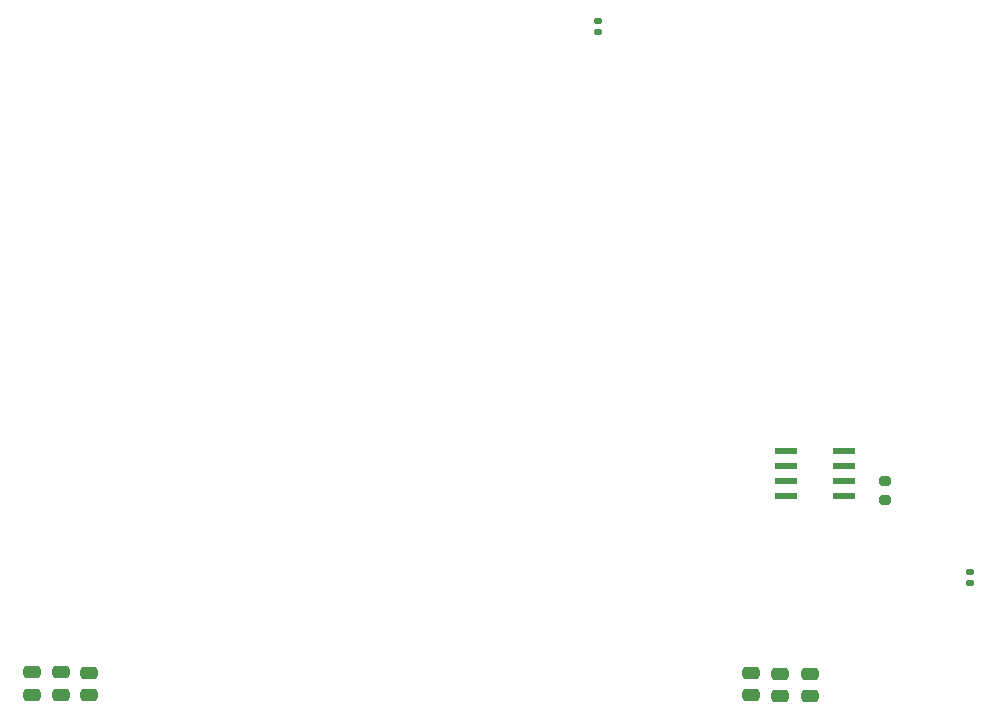
<source format=gbr>
%TF.GenerationSoftware,KiCad,Pcbnew,8.0.6*%
%TF.CreationDate,2025-06-02T13:03:20-04:00*%
%TF.ProjectId,CAEN_NEVIS_DAQ_3p3V,4341454e-5f4e-4455-9649-535f4441515f,rev?*%
%TF.SameCoordinates,Original*%
%TF.FileFunction,Paste,Bot*%
%TF.FilePolarity,Positive*%
%FSLAX46Y46*%
G04 Gerber Fmt 4.6, Leading zero omitted, Abs format (unit mm)*
G04 Created by KiCad (PCBNEW 8.0.6) date 2025-06-02 13:03:20*
%MOMM*%
%LPD*%
G01*
G04 APERTURE LIST*
G04 Aperture macros list*
%AMRoundRect*
0 Rectangle with rounded corners*
0 $1 Rounding radius*
0 $2 $3 $4 $5 $6 $7 $8 $9 X,Y pos of 4 corners*
0 Add a 4 corners polygon primitive as box body*
4,1,4,$2,$3,$4,$5,$6,$7,$8,$9,$2,$3,0*
0 Add four circle primitives for the rounded corners*
1,1,$1+$1,$2,$3*
1,1,$1+$1,$4,$5*
1,1,$1+$1,$6,$7*
1,1,$1+$1,$8,$9*
0 Add four rect primitives between the rounded corners*
20,1,$1+$1,$2,$3,$4,$5,0*
20,1,$1+$1,$4,$5,$6,$7,0*
20,1,$1+$1,$6,$7,$8,$9,0*
20,1,$1+$1,$8,$9,$2,$3,0*%
G04 Aperture macros list end*
%ADD10R,1.981200X0.558800*%
%ADD11RoundRect,0.200000X0.275000X-0.200000X0.275000X0.200000X-0.275000X0.200000X-0.275000X-0.200000X0*%
%ADD12RoundRect,0.140000X0.170000X-0.140000X0.170000X0.140000X-0.170000X0.140000X-0.170000X-0.140000X0*%
%ADD13RoundRect,0.140000X-0.170000X0.140000X-0.170000X-0.140000X0.170000X-0.140000X0.170000X0.140000X0*%
%ADD14RoundRect,0.250000X0.475000X-0.250000X0.475000X0.250000X-0.475000X0.250000X-0.475000X-0.250000X0*%
G04 APERTURE END LIST*
D10*
%TO.C,U5*%
X200423800Y-80315000D03*
X200423800Y-81585000D03*
X200423800Y-82855000D03*
X200423800Y-84125000D03*
X195496200Y-84125000D03*
X195496200Y-82855000D03*
X195496200Y-81585000D03*
X195496200Y-80315000D03*
%TD*%
D11*
%TO.C,R24*%
X203895000Y-84500000D03*
X203895000Y-82850000D03*
%TD*%
D12*
%TO.C,C17*%
X179600000Y-44850000D03*
X179600000Y-43890000D03*
%TD*%
D13*
%TO.C,C12*%
X211032500Y-90557500D03*
X211032500Y-91517500D03*
%TD*%
D14*
%TO.C,C10*%
X197495000Y-101065000D03*
X197495000Y-99165000D03*
%TD*%
%TO.C,C9*%
X192545000Y-101005000D03*
X192545000Y-99105000D03*
%TD*%
%TO.C,C8*%
X194965000Y-101065000D03*
X194965000Y-99165000D03*
%TD*%
%TO.C,C7*%
X136480000Y-100985000D03*
X136480000Y-99085000D03*
%TD*%
%TO.C,C6*%
X134080000Y-100975000D03*
X134080000Y-99075000D03*
%TD*%
%TO.C,C4*%
X131670000Y-100975000D03*
X131670000Y-99075000D03*
%TD*%
M02*

</source>
